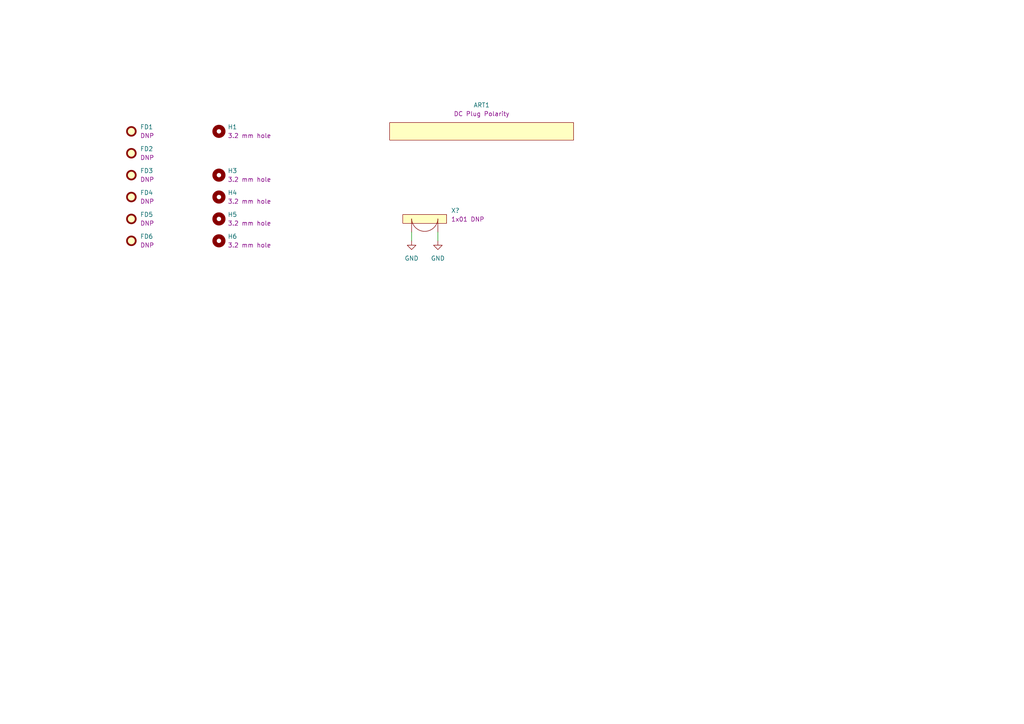
<source format=kicad_sch>
(kicad_sch (version 20211123) (generator eeschema)
  (paper "A4")
  (title_block (title "Gear Display Board") (date "2022-08-13") (rev "1.0") (company "Kallio Designs Oy") (comment 1 "Teemu Latonen") (comment 2 "000064") (comment 3 "000065"))
  (lib_symbols
    (symbol "KD_Connector_Pads:CON_GND_Probe_Hook" (pin_numbers hide) (pin_names hide)
      (property "Reference" "X" (at -1.27 6.35 0))
      (property "Code" "1x01 DNP" (at -1.27 8.382 0))
      (symbol "CON_GND_Probe_Hook_0_1"
        (rectangle (start -7.62 0) (end 5.08 -2.54) (fill (type background)))
        (arc (start -5.08 -1.27) (mid -1.27 -5.2999) (end 2.54 -1.27))
      )
      (symbol "CON_GND_Probe_Hook_1_1"
        (pin passive line (at -5.08 -5.08 90) (length 3.81) (name "Pin_1") (number "1"))
        (pin passive line (at 2.54 -5.08 90) (length 3.81) (name "Pin_1") (number "2"))
      )
    )
    (symbol "KD_Mechanical:Artwork_DC_Plug_Polarity" (pin_numbers hide) (pin_names hide) (in_bom no)
      (property "Reference" "ART" (at 0 4.064 0))
      (property "Code" "DC Plug Polarity" (at 0 0 0))
      (symbol "Artwork_DC_Plug_Polarity_0_1"
        (rectangle (start -25.4 2.54) (end 27.94 -2.54) (fill (type background)))
      )
    )
    (symbol "KD_Mechanical:Fiducial_0.5mm" (pin_numbers hide) (pin_names hide) (in_bom no)
      (property "Reference" "FD" (at 2.54 1.27 0))
      (property "Code" "DNP" (at 2.54 -1.27 0))
      (symbol "Fiducial_0.5mm_0_1"
        (circle (center 0 0) (radius 1.27) (stroke (width 0.508)) (fill (type background)))
      )
    )
    (symbol "KD_Mechanical_Mounting_Hole:NPTH_3.2_M3_Clearance"
      (property "Reference" "H?" (at 2.54 1.27 0))
      (property "Code" "3.2 mm hole" (at 2.54 -1.27 0))
      (symbol "NPTH_3.2_M3_Clearance_0_1"
        (circle (center 0 0) (radius 1.27) (stroke (width 1.27)))
      )
    )
    (symbol "power:GND" (power) (pin_names (offset 0))
      (property "Value" "GND" (at 0 -3.81 0))
      (symbol "GND_0_1"
        (polyline (pts (xy 0 0) (xy 0 -1.27) (xy 1.27 -1.27) (xy 0 -2.54) (xy -1.27 -1.27) (xy 0 -1.27)))
      )
      (symbol "GND_1_1"
        (pin power_in line (at 0 0 270) (length 0) hide (name "GND") (number "1"))
      )
    )
  )
  (wire (pts (xy 119.38 69.85) (xy 119.38 67.31)))
  (wire (pts (xy 127 69.85) (xy 127 67.31)))
  (symbol (lib_id "KD_Mechanical_Mounting_Hole:NPTH_3.2_M3_Clearance") (at 63.5 69.85 0) (unit 1)
    (property "Reference" "H6" (at 66.04 68.5799 0) (effects (justify left)))
    (property "Value" "NPTH_3.2_M3_Clearance" (effects hide))
    (property "Footprint" "KD_Mechanical_Mounting_Hole:NPTH_3.2mm_M3_clearance" (effects hide))
    (property "Code" "3.2 mm hole" (at 66.04 71.12 0) (effects (justify left)))
    (property "Manufacturer" "DNP" (effects hide))
    (property "MFG_PartNo" "DNP" (effects hide))
    (property "Supplier" "DNP" (effects hide))
    (property "Supplier_PartNo" "DNP" (effects hide))
    (property "DNP" "T" (effects hide))
    (property "Price" "0.00" (effects hide))
  )
  (symbol (lib_id "KD_Mechanical_Mounting_Hole:NPTH_3.2_M3_Clearance") (at 63.5 57.15 0) (unit 1)
    (property "Reference" "H4" (at 66.04 55.8799 0) (effects (justify left)))
    (property "Value" "NPTH_3.2_M3_Clearance" (effects hide))
    (property "Footprint" "KD_Mechanical_Mounting_Hole:NPTH_3.2mm_M3_clearance" (effects hide))
    (property "Code" "3.2 mm hole" (at 66.04 58.42 0) (effects (justify left)))
    (property "Manufacturer" "DNP" (effects hide))
    (property "MFG_PartNo" "DNP" (effects hide))
    (property "Supplier" "DNP" (effects hide))
    (property "Supplier_PartNo" "DNP" (effects hide))
    (property "DNP" "T" (effects hide))
    (property "Price" "0.00" (effects hide))
  )
  (symbol (lib_id "KD_Mechanical:Fiducial_0.5mm") (at 38.1 44.45 0) (unit 1) (in_bom no)
    (property "Reference" "FD2" (at 40.64 43.1799 0) (effects (justify left)))
    (property "Value" "Fiducial_0.5mm" (effects hide))
    (property "Footprint" "KD_Mechanical:Fiducial_0.5mm_Mask1mm" (effects hide))
    (property "Code" "DNP" (at 40.64 45.7199 0) (effects (justify left)))
    (property "Manufacturer" "DNP" (effects hide))
    (property "MFG_PartNo" "DNP" (effects hide))
    (property "Supplier" "DNP" (effects hide))
    (property "Supplier_PartNo" "DNP" (effects hide))
    (property "DNP" "T" (effects hide))
    (property "Price" "0.00" (effects hide))
  )
  (symbol (lib_id "KD_Connector_Pads:CON_GND_Probe_Hook") (at 124.46 62.23 0) (unit 1)
    (property "Reference" "X?" (at 130.81 61.0638 0) (effects (justify left)))
    (property "Value" "CON_GND_Probe_Hook" (effects hide))
    (property "Footprint" "KD_Connector_Pads:GND_HOOK_M" (effects hide))
    (property "Code" "1x01 DNP" (at 130.81 63.6038 0) (effects (justify left)))
    (property "Manufacturer" "DNP" (effects hide))
    (property "MFG_PartNo" "DNP" (effects hide))
    (property "Supplier" "DNP" (effects hide))
    (property "Supplier_PartNo" "DNP" (effects hide))
    (property "DNP" "T" (effects hide))
    (property "Price" "0.00" (effects hide))
  )
  (symbol (lib_id "power:GND") (at 127 69.85 0) (unit 1)
    (property "Reference" "#PWR?" (effects hide))
    (property "Value" "GND" (at 127 74.93 0))
  )
  (symbol (lib_id "KD_Mechanical_Mounting_Hole:NPTH_3.2_M3_Clearance") (at 63.5 63.5 0) (unit 1)
    (property "Reference" "H5" (at 66.04 62.2299 0) (effects (justify left)))
    (property "Value" "NPTH_3.2_M3_Clearance" (effects hide))
    (property "Footprint" "KD_Mechanical_Mounting_Hole:NPTH_3.2mm_M3_clearance" (effects hide))
    (property "Code" "3.2 mm hole" (at 66.04 64.77 0) (effects (justify left)))
    (property "Manufacturer" "DNP" (effects hide))
    (property "MFG_PartNo" "DNP" (effects hide))
    (property "Supplier" "DNP" (effects hide))
    (property "Supplier_PartNo" "DNP" (effects hide))
    (property "DNP" "T" (effects hide))
    (property "Price" "0.00" (effects hide))
  )
  (symbol (lib_id "KD_Mechanical:Fiducial_0.5mm") (at 38.1 57.15 0) (unit 1) (in_bom no)
    (property "Reference" "FD4" (at 40.64 55.8799 0) (effects (justify left)))
    (property "Value" "Fiducial_0.5mm" (effects hide))
    (property "Footprint" "KD_Mechanical:Fiducial_0.5mm_Mask1mm" (effects hide))
    (property "Code" "DNP" (at 40.64 58.4199 0) (effects (justify left)))
    (property "Manufacturer" "DNP" (effects hide))
    (property "MFG_PartNo" "DNP" (effects hide))
    (property "Supplier" "DNP" (effects hide))
    (property "Supplier_PartNo" "DNP" (effects hide))
    (property "DNP" "T" (effects hide))
    (property "Price" "0.00" (effects hide))
  )
  (symbol (lib_id "power:GND") (at 119.38 69.85 0) (unit 1)
    (property "Reference" "#PWR?" (effects hide))
    (property "Value" "GND" (at 119.38 74.93 0))
  )
  (symbol (lib_id "KD_Mechanical_Mounting_Hole:NPTH_3.2_M3_Clearance") (at 63.5 50.8 0) (unit 1)
    (property "Reference" "H3" (at 66.04 49.5299 0) (effects (justify left)))
    (property "Value" "NPTH_3.2_M3_Clearance" (effects hide))
    (property "Footprint" "KD_Mechanical_Mounting_Hole:NPTH_3.2mm_M3_clearance" (effects hide))
    (property "Code" "3.2 mm hole" (at 66.04 52.07 0) (effects (justify left)))
    (property "Manufacturer" "DNP" (effects hide))
    (property "MFG_PartNo" "DNP" (effects hide))
    (property "Supplier" "DNP" (effects hide))
    (property "Supplier_PartNo" "DNP" (effects hide))
    (property "DNP" "T" (effects hide))
    (property "Price" "0.00" (effects hide))
  )
  (symbol (lib_id "KD_Mechanical:Fiducial_0.5mm") (at 38.1 50.8 0) (unit 1) (in_bom no)
    (property "Reference" "FD3" (at 40.64 49.5299 0) (effects (justify left)))
    (property "Value" "Fiducial_0.5mm" (effects hide))
    (property "Footprint" "KD_Mechanical:Fiducial_0.5mm_Mask1mm" (effects hide))
    (property "Code" "DNP" (at 40.64 52.0699 0) (effects (justify left)))
    (property "Manufacturer" "DNP" (effects hide))
    (property "MFG_PartNo" "DNP" (effects hide))
    (property "Supplier" "DNP" (effects hide))
    (property "Supplier_PartNo" "DNP" (effects hide))
    (property "DNP" "T" (effects hide))
    (property "Price" "0.00" (effects hide))
  )
  (symbol (lib_id "KD_Mechanical_Mounting_Hole:NPTH_3.2_M3_Clearance") (at 63.5 38.1 0) (unit 1)
    (property "Reference" "H1" (at 66.04 36.8299 0) (effects (justify left)))
    (property "Value" "NPTH_3.2_M3_Clearance" (effects hide))
    (property "Footprint" "KD_Mechanical_Mounting_Hole:NPTH_3.2mm_M3_clearance" (effects hide))
    (property "Code" "3.2 mm hole" (at 66.04 39.37 0) (effects (justify left)))
    (property "Manufacturer" "DNP" (effects hide))
    (property "MFG_PartNo" "DNP" (effects hide))
    (property "Supplier" "DNP" (effects hide))
    (property "Supplier_PartNo" "DNP" (effects hide))
    (property "DNP" "T" (effects hide))
    (property "Price" "0.00" (effects hide))
  )
  (symbol (lib_id "KD_Mechanical:Artwork_DC_Plug_Polarity") (at 138.43 38.1 0) (unit 1) (in_bom no)
    (property "Reference" "ART1" (at 139.7 30.48 0))
    (property "Value" "Artwork_DC_Plug_Polarity" (effects hide))
    (property "Footprint" "KD_Mechanical:ART_DC_POLARITY" (effects hide))
    (property "Code" "DC Plug Polarity" (at 139.7 33.02 0))
    (property "Manufacturer" "DNP" (effects hide))
    (property "MFG_PartNo" "DNP" (effects hide))
    (property "Supplier" "DNP" (effects hide))
    (property "Supplier_PartNo" "DNP" (effects hide))
    (property "DNP" "T" (effects hide))
    (property "Price" "0.00" (effects hide))
  )
  (symbol (lib_id "KD_Mechanical:Fiducial_0.5mm") (at 38.1 69.85 0) (unit 1) (in_bom no)
    (property "Reference" "FD6" (at 40.64 68.5799 0) (effects (justify left)))
    (property "Value" "Fiducial_0.5mm" (effects hide))
    (property "Footprint" "KD_Mechanical:Fiducial_0.5mm_Mask1mm" (effects hide))
    (property "Code" "DNP" (at 40.64 71.1199 0) (effects (justify left)))
    (property "Manufacturer" "DNP" (effects hide))
    (property "MFG_PartNo" "DNP" (effects hide))
    (property "Supplier" "DNP" (effects hide))
    (property "Supplier_PartNo" "DNP" (effects hide))
    (property "DNP" "T" (effects hide))
    (property "Price" "0.00" (effects hide))
  )
  (symbol (lib_id "KD_Mechanical:Fiducial_0.5mm") (at 38.1 38.1 0) (unit 1) (in_bom no)
    (property "Reference" "FD1" (at 40.64 36.8299 0) (effects (justify left)))
    (property "Value" "Fiducial_0.5mm" (effects hide))
    (property "Footprint" "KD_Mechanical:Fiducial_0.5mm_Mask1mm" (effects hide))
    (property "Code" "DNP" (at 40.64 39.3699 0) (effects (justify left)))
    (property "Manufacturer" "DNP" (effects hide))
    (property "MFG_PartNo" "DNP" (effects hide))
    (property "Supplier" "DNP" (effects hide))
    (property "Supplier_PartNo" "DNP" (effects hide))
    (property "DNP" "T" (effects hide))
    (property "Price" "0.00" (effects hide))
  )
  (symbol (lib_id "KD_Mechanical:Fiducial_0.5mm") (at 38.1 63.5 0) (unit 1) (in_bom no)
    (property "Reference" "FD5" (at 40.64 62.2299 0) (effects (justify left)))
    (property "Value" "Fiducial_0.5mm" (effects hide))
    (property "Footprint" "KD_Mechanical:Fiducial_0.5mm_Mask1mm" (effects hide))
    (property "Code" "DNP" (at 40.64 64.7699 0) (effects (justify left)))
    (property "Manufacturer" "DNP" (effects hide))
    (property "MFG_PartNo" "DNP" (effects hide))
    (property "Supplier" "DNP" (effects hide))
    (property "Supplier_PartNo" "DNP" (effects hide))
    (property "DNP" "T" (effects hide))
    (property "Price" "0.00" (effects hide))
  )
)
</source>
